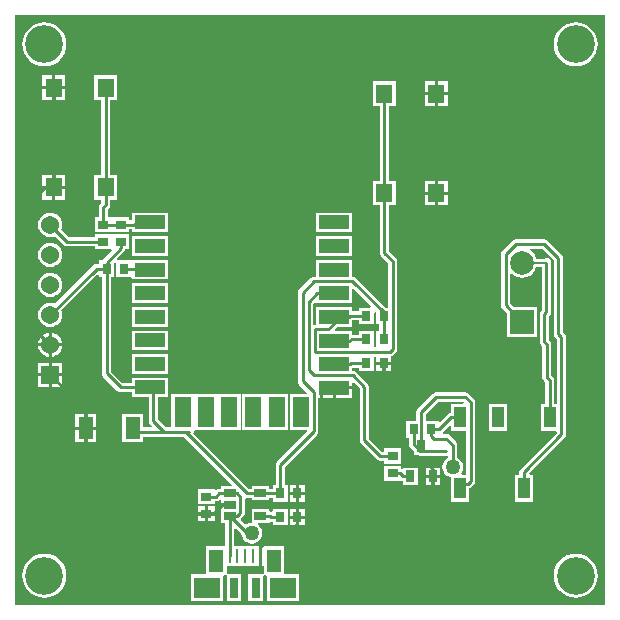
<source format=gtl>
G04 Layer_Physical_Order=1*
G04 Layer_Color=255*
%FSLAX25Y25*%
%MOIN*%
G70*
G01*
G75*
%ADD10R,0.03150X0.03543*%
%ADD11R,0.02717X0.03898*%
%ADD12R,0.03898X0.02717*%
%ADD13R,0.03543X0.03150*%
%ADD14R,0.04921X0.07480*%
%ADD15R,0.08563X0.06693*%
%ADD16R,0.02854X0.06693*%
%ADD17R,0.00984X0.04646*%
%ADD18R,0.04724X0.07480*%
%ADD19R,0.03937X0.07087*%
%ADD20R,0.05512X0.06299*%
%ADD21R,0.10000X0.04500*%
%ADD22R,0.05500X0.10000*%
%ADD23C,0.01000*%
%ADD24C,0.00700*%
%ADD25C,0.00689*%
%ADD26R,0.06063X0.06063*%
%ADD27C,0.06063*%
%ADD28C,0.07874*%
%ADD29R,0.07874X0.07874*%
%ADD30C,0.12598*%
%ADD31C,0.05000*%
G36*
X305118Y108268D02*
X108268D01*
Y305118D01*
X305118D01*
Y108268D01*
D02*
G37*
%LPC*%
G36*
X131390Y166823D02*
X128429D01*
Y162583D01*
X131390D01*
Y166823D01*
D02*
G37*
G36*
X249996Y154130D02*
X248137D01*
Y151681D01*
X249996D01*
Y154130D01*
D02*
G37*
G36*
X272259Y175409D02*
X266322D01*
Y166323D01*
X272259D01*
Y175409D01*
D02*
G37*
G36*
X135350Y166823D02*
X132390D01*
Y162583D01*
X135350D01*
Y166823D01*
D02*
G37*
G36*
X247137Y150681D02*
X245279D01*
Y148232D01*
X247137D01*
Y150681D01*
D02*
G37*
G36*
X237023Y154838D02*
X231480D01*
Y149689D01*
X237023D01*
X237023Y149689D01*
Y149689D01*
X237521Y149683D01*
X237683Y149651D01*
X237799D01*
Y148232D01*
X242515D01*
Y154130D01*
X237799D01*
Y154114D01*
X237312Y153835D01*
X237023Y153993D01*
Y154838D01*
D02*
G37*
G36*
X247137Y154130D02*
X245279D01*
Y151681D01*
X247137D01*
Y154130D01*
D02*
G37*
G36*
X249996Y150681D02*
X248137D01*
Y148232D01*
X249996D01*
Y150681D01*
D02*
G37*
G36*
X191554Y178660D02*
X191354Y178660D01*
X184054D01*
Y166660D01*
X191354D01*
X191854Y166660D01*
X192054Y166660D01*
X199354D01*
Y178660D01*
X192054D01*
X191554Y178660D01*
D02*
G37*
G36*
X159204Y192010D02*
X147204D01*
Y185510D01*
X159204D01*
Y192010D01*
D02*
G37*
G36*
X124110Y184539D02*
X120579D01*
Y181008D01*
X124110D01*
Y184539D01*
D02*
G37*
G36*
Y189071D02*
X120579D01*
Y185539D01*
X124110D01*
Y189071D01*
D02*
G37*
G36*
X119579D02*
X116047D01*
Y185539D01*
X119579D01*
Y189071D01*
D02*
G37*
G36*
X135350Y172063D02*
X132390D01*
Y167823D01*
X135350D01*
Y172063D01*
D02*
G37*
G36*
X131390D02*
X128429D01*
Y167823D01*
X131390D01*
Y172063D01*
D02*
G37*
G36*
X119579Y184539D02*
X116047D01*
Y181008D01*
X119579D01*
Y184539D01*
D02*
G37*
G36*
X220704Y180260D02*
X215204D01*
Y177510D01*
X220704D01*
Y180260D01*
D02*
G37*
G36*
X171585Y138260D02*
X169313D01*
Y136185D01*
X171585D01*
Y138260D01*
D02*
G37*
G36*
X205073Y137177D02*
X202998D01*
Y134905D01*
X205073D01*
Y137177D01*
D02*
G37*
G36*
X201998Y140449D02*
X199923D01*
Y138177D01*
X201998D01*
Y140449D01*
D02*
G37*
G36*
X174856Y138260D02*
X172585D01*
Y136185D01*
X174856D01*
Y138260D01*
D02*
G37*
G36*
X118110Y125445D02*
X116679Y125304D01*
X115303Y124886D01*
X114035Y124209D01*
X112924Y123296D01*
X112012Y122185D01*
X111334Y120917D01*
X110917Y119541D01*
X110776Y118110D01*
X110917Y116679D01*
X111334Y115303D01*
X112012Y114035D01*
X112924Y112924D01*
X114035Y112012D01*
X115303Y111334D01*
X116679Y110917D01*
X118110Y110776D01*
X119541Y110917D01*
X120917Y111334D01*
X122185Y112012D01*
X123296Y112924D01*
X124209Y114035D01*
X124886Y115303D01*
X125304Y116679D01*
X125445Y118110D01*
X125304Y119541D01*
X124886Y120917D01*
X124209Y122185D01*
X123296Y123296D01*
X122185Y124209D01*
X120917Y124886D01*
X119541Y125304D01*
X118110Y125445D01*
D02*
G37*
G36*
X191649Y127929D02*
X190657D01*
Y124606D01*
Y121284D01*
X191224D01*
Y118931D01*
X191010Y118520D01*
X190728Y118520D01*
X186155D01*
Y109827D01*
X191010D01*
Y117979D01*
X191224Y118390D01*
X191506Y118390D01*
X192003D01*
X192356Y118036D01*
Y109827D01*
X202919D01*
Y118520D01*
X197949D01*
Y127870D01*
X191649D01*
Y127929D01*
D02*
G37*
G36*
X201998Y137177D02*
X199923D01*
Y134905D01*
X201998D01*
Y137177D01*
D02*
G37*
G36*
X295276Y125445D02*
X293845Y125304D01*
X292469Y124886D01*
X291201Y124209D01*
X290089Y123296D01*
X289177Y122185D01*
X288499Y120917D01*
X288082Y119541D01*
X287941Y118110D01*
X288082Y116679D01*
X288499Y115303D01*
X289177Y114035D01*
X290089Y112924D01*
X291201Y112012D01*
X292469Y111334D01*
X293845Y110917D01*
X295276Y110776D01*
X296707Y110917D01*
X298082Y111334D01*
X299351Y112012D01*
X300462Y112924D01*
X301374Y114035D01*
X302052Y115303D01*
X302469Y116679D01*
X302610Y118110D01*
X302469Y119541D01*
X302052Y120917D01*
X301374Y122185D01*
X300462Y123296D01*
X299351Y124209D01*
X298082Y124886D01*
X296707Y125304D01*
X295276Y125445D01*
D02*
G37*
G36*
X205073Y140449D02*
X202998D01*
Y138177D01*
X205073D01*
Y140449D01*
D02*
G37*
G36*
Y145051D02*
X202998D01*
Y142779D01*
X205073D01*
Y145051D01*
D02*
G37*
G36*
X201998D02*
X199923D01*
Y142779D01*
X201998D01*
Y145051D01*
D02*
G37*
G36*
X205073Y148323D02*
X202998D01*
Y146051D01*
X205073D01*
Y148323D01*
D02*
G37*
G36*
X201998D02*
X199923D01*
Y146051D01*
X201998D01*
Y148323D01*
D02*
G37*
G36*
X174856Y141334D02*
X172585D01*
Y139260D01*
X174856D01*
Y141334D01*
D02*
G37*
G36*
X171585D02*
X169313D01*
Y139260D01*
X171585D01*
Y141334D01*
D02*
G37*
G36*
X284800Y230229D02*
X275200D01*
X274615Y230113D01*
X274119Y229781D01*
X270819Y226481D01*
X270487Y225985D01*
X270371Y225400D01*
Y208218D01*
X270487Y207633D01*
X270819Y207137D01*
X272425Y205530D01*
Y197819D01*
X282299D01*
Y207693D01*
X274588D01*
X273429Y208852D01*
Y218709D01*
X273929Y218852D01*
X274872Y218128D01*
X276073Y217631D01*
X277362Y217461D01*
X278651Y217631D01*
X279852Y218128D01*
X280883Y218920D01*
X281675Y219951D01*
X282136Y221065D01*
X283904D01*
Y206495D01*
X283761Y206352D01*
X283430Y205856D01*
X283313Y205271D01*
Y196154D01*
X283430Y195569D01*
X283761Y195073D01*
X284101Y194734D01*
Y184170D01*
X284217Y183585D01*
X284548Y183089D01*
X285084Y182553D01*
Y175409D01*
X283645D01*
Y166323D01*
X288829D01*
X288912Y165823D01*
X276871Y153781D01*
X276539Y153285D01*
X276423Y152700D01*
Y151787D01*
X274984D01*
Y142700D01*
X280921D01*
Y151787D01*
X279909D01*
X279702Y152287D01*
X291581Y164166D01*
X291913Y164662D01*
X292029Y165248D01*
Y197689D01*
X291913Y198274D01*
X291581Y198770D01*
X291029Y199322D01*
Y224000D01*
X290913Y224585D01*
X290581Y225081D01*
X285881Y229781D01*
X285385Y230113D01*
X284800Y230229D01*
D02*
G37*
G36*
X258500Y179229D02*
X248600D01*
X248015Y179113D01*
X247519Y178781D01*
X242619Y173881D01*
X242287Y173385D01*
X242171Y172800D01*
Y169701D01*
X238665D01*
Y164157D01*
X239710D01*
Y161900D01*
X239827Y161315D01*
X240158Y160819D01*
X241342Y159635D01*
Y158370D01*
X242731D01*
X242854Y158287D01*
X243440Y158171D01*
X252000D01*
X252271Y158224D01*
X252687Y157917D01*
X252657Y157408D01*
X252535Y157357D01*
X251804Y156796D01*
X251243Y156065D01*
X250890Y155214D01*
X250770Y154300D01*
X250890Y153386D01*
X251243Y152535D01*
X251804Y151804D01*
X252535Y151243D01*
X253386Y150890D01*
X253724Y150846D01*
Y142700D01*
X259661D01*
Y147323D01*
X259985Y147387D01*
X260481Y147719D01*
X261281Y148519D01*
X261613Y149015D01*
X261729Y149600D01*
Y176000D01*
X261613Y176585D01*
X261281Y177081D01*
X259581Y178781D01*
X259085Y179113D01*
X258500Y179229D01*
D02*
G37*
G36*
X230701Y188476D02*
X228626D01*
Y186205D01*
X230701D01*
Y188476D01*
D02*
G37*
G36*
X252575Y249819D02*
X249319D01*
Y246169D01*
X252575D01*
Y249819D01*
D02*
G37*
G36*
X248319D02*
X245063D01*
Y246169D01*
X248319D01*
Y249819D01*
D02*
G37*
G36*
X125016Y251787D02*
X121760D01*
Y248138D01*
X125016D01*
Y251787D01*
D02*
G37*
G36*
X120760D02*
X117504D01*
Y248138D01*
X120760D01*
Y251787D01*
D02*
G37*
G36*
X125016Y247138D02*
X121760D01*
Y243488D01*
X125016D01*
Y247138D01*
D02*
G37*
G36*
X248319Y245169D02*
X245063D01*
Y241520D01*
X248319D01*
Y245169D01*
D02*
G37*
G36*
X220604Y239110D02*
X208604D01*
Y232610D01*
X220604D01*
Y239110D01*
D02*
G37*
G36*
X120760Y247138D02*
X117504D01*
Y243488D01*
X120760D01*
Y247138D01*
D02*
G37*
G36*
X252575Y245169D02*
X249319D01*
Y241520D01*
X252575D01*
Y245169D01*
D02*
G37*
G36*
X248319Y278240D02*
X245063D01*
Y274591D01*
X248319D01*
Y278240D01*
D02*
G37*
G36*
X125016Y284858D02*
X121760D01*
Y281209D01*
X125016D01*
Y284858D01*
D02*
G37*
G36*
X120760D02*
X117504D01*
Y281209D01*
X120760D01*
Y284858D01*
D02*
G37*
G36*
X295276Y302610D02*
X293845Y302469D01*
X292469Y302052D01*
X291201Y301374D01*
X290089Y300462D01*
X289177Y299351D01*
X288499Y298082D01*
X288082Y296707D01*
X287941Y295276D01*
X288082Y293845D01*
X288499Y292469D01*
X289177Y291201D01*
X290089Y290089D01*
X291201Y289177D01*
X292469Y288499D01*
X293845Y288082D01*
X295276Y287941D01*
X296707Y288082D01*
X298082Y288499D01*
X299351Y289177D01*
X300462Y290089D01*
X301374Y291201D01*
X302052Y292469D01*
X302469Y293845D01*
X302610Y295276D01*
X302469Y296707D01*
X302052Y298082D01*
X301374Y299351D01*
X300462Y300462D01*
X299351Y301374D01*
X298082Y302052D01*
X296707Y302469D01*
X295276Y302610D01*
D02*
G37*
G36*
X118110D02*
X116679Y302469D01*
X115303Y302052D01*
X114035Y301374D01*
X112924Y300462D01*
X112012Y299351D01*
X111334Y298082D01*
X110917Y296707D01*
X110776Y295276D01*
X110917Y293845D01*
X111334Y292469D01*
X112012Y291201D01*
X112924Y290089D01*
X114035Y289177D01*
X115303Y288499D01*
X116679Y288082D01*
X118110Y287941D01*
X119541Y288082D01*
X120917Y288499D01*
X122185Y289177D01*
X123296Y290089D01*
X124209Y291201D01*
X124886Y292469D01*
X125304Y293845D01*
X125445Y295276D01*
X125304Y296707D01*
X124886Y298082D01*
X124209Y299351D01*
X123296Y300462D01*
X122185Y301374D01*
X120917Y302052D01*
X119541Y302469D01*
X118110Y302610D01*
D02*
G37*
G36*
X252575Y282890D02*
X249319D01*
Y279240D01*
X252575D01*
Y282890D01*
D02*
G37*
G36*
X120760Y280209D02*
X117504D01*
Y276559D01*
X120760D01*
Y280209D01*
D02*
G37*
G36*
X252575Y278240D02*
X249319D01*
Y274591D01*
X252575D01*
Y278240D01*
D02*
G37*
G36*
X248319Y282890D02*
X245063D01*
Y279240D01*
X248319D01*
Y282890D01*
D02*
G37*
G36*
X125016Y280209D02*
X121760D01*
Y276559D01*
X125016D01*
Y280209D01*
D02*
G37*
G36*
X124079Y194539D02*
X120579D01*
Y191039D01*
X121131Y191112D01*
X122112Y191518D01*
X122954Y192164D01*
X123600Y193006D01*
X124006Y193987D01*
X124079Y194539D01*
D02*
G37*
G36*
X235252Y282890D02*
X227740D01*
Y274591D01*
X229967D01*
Y249819D01*
X227740D01*
Y241520D01*
X229967D01*
Y225804D01*
X230083Y225219D01*
X230415Y224723D01*
X232771Y222366D01*
Y207496D01*
X231767D01*
X221881Y217381D01*
X221385Y217713D01*
X220800Y217829D01*
X220604D01*
Y223310D01*
X208604D01*
Y217829D01*
X208000D01*
X207415Y217713D01*
X206919Y217381D01*
X203123Y213585D01*
X202791Y213089D01*
X202675Y212504D01*
Y182896D01*
X202791Y182311D01*
X203123Y181815D01*
X205815Y179122D01*
X205624Y178660D01*
X199854D01*
Y166660D01*
X205544D01*
X205735Y166198D01*
X195708Y156171D01*
X195376Y155675D01*
X195260Y155089D01*
Y148323D01*
X194215D01*
Y147080D01*
X193104D01*
Y147909D01*
X187207D01*
Y147080D01*
X186334D01*
X167844Y165570D01*
X167929Y166000D01*
X167898Y166160D01*
X167936Y166497D01*
X168308Y166660D01*
X168454Y166660D01*
X175554D01*
X176054Y166660D01*
X176254Y166660D01*
X183554D01*
Y178660D01*
X176254D01*
X175754Y178660D01*
X175554Y178660D01*
X168454D01*
X167954Y178660D01*
X167754Y178660D01*
X160454D01*
Y167529D01*
X158633D01*
X155929Y170234D01*
Y177610D01*
X159204D01*
Y184110D01*
X147204D01*
Y182389D01*
X144174D01*
X140407Y186155D01*
Y217701D01*
X141453D01*
Y222454D01*
X141512Y222494D01*
X142012Y222226D01*
Y217701D01*
X147161D01*
X147204Y217218D01*
Y216910D01*
X159204D01*
Y223410D01*
X147204D01*
X147161Y223244D01*
X142492D01*
X142285Y223744D01*
X144782Y226241D01*
X145114Y226737D01*
X145137Y226854D01*
X146473D01*
Y232004D01*
X141067D01*
X140929Y232004D01*
X140567D01*
X140429Y232004D01*
X135024D01*
Y230959D01*
X126322D01*
X123798Y233483D01*
X124006Y233987D01*
X124145Y235039D01*
X124006Y236092D01*
X123600Y237072D01*
X122954Y237915D01*
X122112Y238561D01*
X121131Y238967D01*
X120079Y239106D01*
X119026Y238967D01*
X118046Y238561D01*
X117203Y237915D01*
X116557Y237072D01*
X116151Y236092D01*
X116013Y235039D01*
X116151Y233987D01*
X116557Y233006D01*
X117203Y232164D01*
X118046Y231518D01*
X119026Y231112D01*
X120079Y230973D01*
X121131Y231112D01*
X121635Y231320D01*
X124608Y228348D01*
X125104Y228016D01*
X125689Y227900D01*
X135024D01*
Y226854D01*
X140362D01*
X140571Y226356D01*
X137797Y223581D01*
X137571Y223244D01*
X136303D01*
Y222002D01*
X135512D01*
X134926Y221885D01*
X134430Y221554D01*
X121635Y208758D01*
X121131Y208967D01*
X120079Y209106D01*
X119026Y208967D01*
X118046Y208561D01*
X117203Y207915D01*
X116557Y207072D01*
X116151Y206092D01*
X116013Y205039D01*
X116151Y203987D01*
X116557Y203006D01*
X117203Y202164D01*
X118046Y201518D01*
X119026Y201112D01*
X120079Y200973D01*
X121131Y201112D01*
X122112Y201518D01*
X122954Y202164D01*
X123600Y203006D01*
X124006Y203987D01*
X124145Y205039D01*
X124006Y206092D01*
X123798Y206596D01*
X135803Y218601D01*
X136303Y218394D01*
Y217701D01*
X137349D01*
Y185522D01*
X137465Y184937D01*
X137797Y184441D01*
X142459Y179778D01*
X142955Y179447D01*
X143540Y179330D01*
X147204D01*
Y177610D01*
X152871D01*
Y169600D01*
X152987Y169015D01*
X153319Y168519D01*
X153846Y167991D01*
X153654Y167529D01*
X151098D01*
Y172063D01*
X144177D01*
Y162583D01*
X151098D01*
Y164471D01*
X164618D01*
X180717Y148371D01*
X180526Y147909D01*
X177010D01*
Y147080D01*
X176483D01*
X175898Y146964D01*
X175401Y146632D01*
X175318Y146549D01*
X174856Y146741D01*
Y147043D01*
X169313D01*
Y141893D01*
X174856D01*
Y142939D01*
X175400D01*
X175985Y143055D01*
X176481Y143387D01*
X176548Y143453D01*
X177010Y143262D01*
Y142311D01*
X179959D01*
Y141311D01*
X177010D01*
Y139453D01*
Y135712D01*
X178429D01*
Y131488D01*
X178392Y131300D01*
Y127870D01*
X172130D01*
Y118520D01*
X167159D01*
Y109827D01*
X177723D01*
Y118036D01*
X178076Y118390D01*
X178854Y118390D01*
X178872Y117897D01*
Y109827D01*
X183726D01*
Y118520D01*
X179354D01*
X178872Y118520D01*
X178854Y119012D01*
Y121284D01*
X189657D01*
Y124606D01*
Y127929D01*
X181451D01*
Y131149D01*
X181488Y131337D01*
Y133725D01*
X181950Y133916D01*
X183801Y132066D01*
X183890Y131386D01*
X184243Y130535D01*
X184804Y129804D01*
X185535Y129243D01*
X186386Y128890D01*
X187300Y128770D01*
X188214Y128890D01*
X189065Y129243D01*
X189796Y129804D01*
X190357Y130535D01*
X190710Y131386D01*
X190830Y132300D01*
X190710Y133214D01*
X190357Y134065D01*
X189796Y134796D01*
X189254Y135212D01*
X189424Y135712D01*
X193104D01*
Y135735D01*
X193594Y136148D01*
X194215D01*
Y134905D01*
X199364D01*
Y140449D01*
X194215D01*
Y139798D01*
X193907Y139573D01*
X193715Y139498D01*
X193200Y139600D01*
X193104D01*
Y140429D01*
X187207D01*
Y135818D01*
X186386Y135710D01*
X185535Y135357D01*
X185139Y135053D01*
X183638Y136554D01*
X183696Y137204D01*
X184581Y138089D01*
X184913Y138585D01*
X185029Y139171D01*
Y143645D01*
X185529Y144055D01*
X185700Y144022D01*
X187207D01*
Y143193D01*
X193104D01*
Y144022D01*
X194215D01*
Y142779D01*
X199364D01*
Y148323D01*
X198319D01*
Y154456D01*
X208981Y165119D01*
X209313Y165615D01*
X209429Y166200D01*
Y177510D01*
X214204D01*
Y180760D01*
X214704D01*
Y181260D01*
X220704D01*
Y182380D01*
X221166Y182571D01*
X223199Y180538D01*
Y163200D01*
X223315Y162615D01*
X223647Y162119D01*
X228875Y156891D01*
X229371Y156559D01*
X229956Y156443D01*
X231480D01*
Y155397D01*
X237023D01*
Y160547D01*
X231480D01*
Y159501D01*
X230590D01*
X226257Y163833D01*
Y181172D01*
X226141Y181757D01*
X225809Y182253D01*
X222081Y185981D01*
X221585Y186313D01*
X221000Y186429D01*
X220704D01*
Y187393D01*
X220785Y187447D01*
X222917D01*
Y186205D01*
X228067D01*
Y191171D01*
X228626D01*
Y189476D01*
X233776D01*
Y191245D01*
X233985Y191287D01*
X234481Y191619D01*
X235381Y192519D01*
X235713Y193015D01*
X235829Y193600D01*
Y223000D01*
X235713Y223585D01*
X235381Y224081D01*
X233025Y226437D01*
Y241520D01*
X235252D01*
Y249819D01*
X233025D01*
Y274591D01*
X235252D01*
Y282890D01*
D02*
G37*
G36*
X119579Y194539D02*
X116078D01*
X116151Y193987D01*
X116557Y193006D01*
X117203Y192164D01*
X118046Y191518D01*
X119026Y191112D01*
X119579Y191039D01*
Y194539D01*
D02*
G37*
G36*
X159204Y207610D02*
X147204D01*
Y201110D01*
X159204D01*
Y207610D01*
D02*
G37*
G36*
X120579Y199040D02*
Y195539D01*
X124079D01*
X124006Y196092D01*
X123600Y197073D01*
X122954Y197915D01*
X122112Y198561D01*
X121131Y198967D01*
X120579Y199040D01*
D02*
G37*
G36*
X119579D02*
X119026Y198967D01*
X118046Y198561D01*
X117203Y197915D01*
X116557Y197073D01*
X116151Y196092D01*
X116078Y195539D01*
X119579D01*
Y199040D01*
D02*
G37*
G36*
X159204Y199810D02*
X147204D01*
Y193310D01*
X159204D01*
Y199810D01*
D02*
G37*
G36*
Y231310D02*
X147204D01*
Y224810D01*
X159204D01*
Y231310D01*
D02*
G37*
G36*
X220604D02*
X208604D01*
Y224810D01*
X220604D01*
Y231310D01*
D02*
G37*
G36*
X142339Y284858D02*
X134827D01*
Y276559D01*
X137053D01*
Y251787D01*
X134827D01*
Y243488D01*
X137053D01*
Y242321D01*
X136714Y241981D01*
X136382Y241485D01*
X136266Y240900D01*
Y237713D01*
X135024D01*
Y232563D01*
X140567D01*
Y232563D01*
X140929D01*
Y232563D01*
X146473D01*
Y233608D01*
X147204D01*
Y232610D01*
X159204D01*
Y239110D01*
X147204D01*
Y236667D01*
X146473D01*
Y237713D01*
X140929D01*
Y237713D01*
X140567D01*
Y237713D01*
X139325D01*
Y240266D01*
X139664Y240606D01*
X139996Y241102D01*
X140112Y241687D01*
Y243488D01*
X142339D01*
Y251787D01*
X140112D01*
Y276559D01*
X142339D01*
Y284858D01*
D02*
G37*
G36*
X120079Y229106D02*
X119026Y228967D01*
X118046Y228561D01*
X117203Y227915D01*
X116557Y227073D01*
X116151Y226092D01*
X116013Y225039D01*
X116151Y223987D01*
X116557Y223006D01*
X117203Y222164D01*
X118046Y221518D01*
X119026Y221112D01*
X120079Y220973D01*
X121131Y221112D01*
X122112Y221518D01*
X122954Y222164D01*
X123600Y223006D01*
X124006Y223987D01*
X124145Y225039D01*
X124006Y226092D01*
X123600Y227073D01*
X122954Y227915D01*
X122112Y228561D01*
X121131Y228967D01*
X120079Y229106D01*
D02*
G37*
G36*
X159204Y215610D02*
X147204D01*
Y209110D01*
X159204D01*
Y215610D01*
D02*
G37*
G36*
X120079Y219106D02*
X119026Y218967D01*
X118046Y218561D01*
X117203Y217915D01*
X116557Y217073D01*
X116151Y216092D01*
X116013Y215039D01*
X116151Y213987D01*
X116557Y213006D01*
X117203Y212164D01*
X118046Y211518D01*
X119026Y211112D01*
X120079Y210973D01*
X121131Y211112D01*
X122112Y211518D01*
X122954Y212164D01*
X123600Y213006D01*
X124006Y213987D01*
X124145Y215039D01*
X124006Y216092D01*
X123600Y217073D01*
X122954Y217915D01*
X122112Y218561D01*
X121131Y218967D01*
X120079Y219106D01*
D02*
G37*
G36*
X233776Y188476D02*
X231701D01*
Y186205D01*
X233776D01*
Y188476D01*
D02*
G37*
%LPD*%
G36*
X226979Y207958D02*
X226788Y207496D01*
X222917D01*
Y206254D01*
X220604D01*
Y207610D01*
X208604D01*
Y201797D01*
X208107Y201734D01*
X207733Y202053D01*
Y208670D01*
X208148Y209085D01*
X208604Y209010D01*
Y209010D01*
X208604Y209010D01*
X220604D01*
Y213680D01*
X221066Y213871D01*
X226979Y207958D01*
D02*
G37*
G36*
X253724Y168037D02*
Y166323D01*
X258671D01*
Y151787D01*
X257414D01*
X257167Y152287D01*
X257357Y152535D01*
X257710Y153386D01*
X257830Y154300D01*
X257710Y155214D01*
X257357Y156065D01*
X256796Y156796D01*
X256065Y157357D01*
X255829Y157455D01*
Y161600D01*
X255713Y162185D01*
X255381Y162681D01*
X253181Y164881D01*
X252685Y165213D01*
X252100Y165329D01*
X251006D01*
X250855Y165829D01*
X250881Y165847D01*
X253262Y168228D01*
X253724Y168037D01*
D02*
G37*
G36*
X228626Y205907D02*
Y201953D01*
X229671D01*
Y199622D01*
X228626D01*
Y194229D01*
X228067D01*
Y199622D01*
X222917D01*
Y198380D01*
X220704D01*
Y199710D01*
X215116D01*
X214925Y200172D01*
X215685Y200932D01*
X215804Y201110D01*
X220604D01*
Y203093D01*
X220757Y203195D01*
X222917D01*
Y201953D01*
X228067D01*
Y205679D01*
X228567Y205947D01*
X228626Y205907D01*
D02*
G37*
G36*
X287971Y223366D02*
Y198689D01*
X288087Y198104D01*
X288419Y197608D01*
X288971Y197055D01*
Y175409D01*
X288143D01*
Y183186D01*
X288027Y183772D01*
X287695Y184268D01*
X287159Y184804D01*
Y195367D01*
X287043Y195952D01*
X286711Y196448D01*
X286372Y196788D01*
Y204638D01*
X286514Y204780D01*
X286846Y205276D01*
X286962Y205861D01*
Y222441D01*
X286846Y223026D01*
X286514Y223522D01*
X286018Y223854D01*
X285433Y223970D01*
X284848Y223854D01*
X284793Y223817D01*
X282136D01*
X281675Y224931D01*
X280883Y225962D01*
X279960Y226671D01*
X280080Y227171D01*
X284167D01*
X287971Y223366D01*
D02*
G37*
G36*
X258047Y175879D02*
X257841Y175409D01*
X253724D01*
Y172393D01*
X253152Y172279D01*
X252656Y171947D01*
X249985Y169277D01*
X249523Y169468D01*
Y169701D01*
X245230D01*
Y172167D01*
X249234Y176171D01*
X257812D01*
X258047Y175879D01*
D02*
G37*
D10*
X225492Y196850D02*
D03*
X231201D02*
D03*
X202498Y145551D02*
D03*
X196789D02*
D03*
X202498Y137677D02*
D03*
X196789D02*
D03*
X138878Y220472D02*
D03*
X144587D02*
D03*
X225492Y204724D02*
D03*
X231201D02*
D03*
X225492Y188976D02*
D03*
X231201D02*
D03*
X241240Y166929D02*
D03*
X246948D02*
D03*
D11*
X240157Y151181D02*
D03*
X243700Y161319D02*
D03*
X247637Y151181D02*
D03*
D12*
X179959Y145551D02*
D03*
Y141811D02*
D03*
Y138071D02*
D03*
X190155D02*
D03*
Y145551D02*
D03*
D13*
X143701Y235138D02*
D03*
Y229429D02*
D03*
X172085Y138760D02*
D03*
Y144468D02*
D03*
X137795Y235138D02*
D03*
Y229429D02*
D03*
X234252Y157972D02*
D03*
Y152263D02*
D03*
D14*
X131890Y167323D02*
D03*
X147638D02*
D03*
D15*
X197638Y114173D02*
D03*
X172441D02*
D03*
D16*
X188583D02*
D03*
X181299D02*
D03*
D17*
X185039Y124606D02*
D03*
X182480D02*
D03*
X179921D02*
D03*
X187598D02*
D03*
X190157D02*
D03*
D18*
X175492Y123130D02*
D03*
X194587D02*
D03*
D19*
X256693Y170866D02*
D03*
Y147244D02*
D03*
X277952D02*
D03*
X269291Y170866D02*
D03*
X286614D02*
D03*
D20*
X121260Y280709D02*
D03*
X138583D02*
D03*
Y247638D02*
D03*
X121260D02*
D03*
X231496Y245669D02*
D03*
X248819D02*
D03*
Y278740D02*
D03*
X231496D02*
D03*
D21*
X214604Y235860D02*
D03*
Y228060D02*
D03*
Y220060D02*
D03*
Y212260D02*
D03*
Y204360D02*
D03*
X214704Y196460D02*
D03*
Y188660D02*
D03*
Y180760D02*
D03*
X153204Y180860D02*
D03*
Y188760D02*
D03*
Y196560D02*
D03*
Y204360D02*
D03*
Y212360D02*
D03*
Y220160D02*
D03*
Y228060D02*
D03*
Y235860D02*
D03*
D22*
X195604Y172660D02*
D03*
X187804D02*
D03*
X203604D02*
D03*
X179804D02*
D03*
X172004D02*
D03*
X164204D02*
D03*
D23*
X190155Y145551D02*
X196789D01*
X138878Y220472D02*
Y222500D01*
X143701Y227323D01*
Y229429D01*
X231201Y196850D02*
Y204724D01*
X179921Y124606D02*
Y131300D01*
X179959Y131337D01*
Y138071D01*
X172085Y144468D02*
X175400D01*
X176483Y145551D01*
X179959D01*
X246948Y166929D02*
X249800D01*
X253737Y170866D01*
X256693D01*
X120079Y185039D02*
Y195039D01*
X121260Y247638D02*
Y280709D01*
X172085Y138760D02*
X174400D01*
X177451Y141811D01*
X179959D01*
X202498Y137677D02*
Y145551D01*
X248819Y245669D02*
Y278740D01*
X214604Y204360D02*
X219800D01*
X220165Y204724D01*
X225492D01*
X231496Y245669D02*
Y278740D01*
X137795Y235138D02*
X143701D01*
X148000D01*
X148722Y235860D01*
X153204D01*
X137795Y235138D02*
Y240900D01*
X138583Y241687D01*
Y247638D01*
Y280709D01*
X190155Y138071D02*
X193200D01*
X193594Y137677D01*
X196789D01*
X234252Y152263D02*
X236600D01*
X237683Y151181D01*
X240157D01*
X144587Y220472D02*
X148700D01*
X149013Y220160D01*
X153204D01*
X214704Y188660D02*
X219900D01*
X220217Y188976D01*
X225492D01*
X214704Y196460D02*
X219900D01*
X220291Y196850D01*
X225492D01*
X243700Y160728D02*
Y161319D01*
X231201Y188976D02*
X243200D01*
X248819Y194595D01*
Y245669D01*
X202498Y145551D02*
X209800D01*
X210300Y146051D01*
X120079Y185039D02*
X131890Y173228D01*
Y167323D02*
Y173228D01*
X241240Y161900D02*
Y166929D01*
X135512Y220472D02*
X138878D01*
X120079Y205039D02*
X135512Y220472D01*
X153204Y180860D02*
X154400D01*
Y169600D02*
X158000Y166000D01*
X179959Y138071D02*
X182400D01*
X183500Y139171D01*
Y144451D01*
X182400Y145551D02*
X183500Y144451D01*
X179959Y145551D02*
X182400D01*
X214700Y159902D02*
X226902Y147700D01*
X246537D01*
X247637Y148800D01*
Y151181D01*
Y153600D01*
X245337Y155900D02*
X247637Y153600D01*
X241700Y155900D02*
X245337D01*
X237600Y160000D02*
X241700Y155900D01*
X237600Y160000D02*
Y162000D01*
X231201Y168399D02*
X237600Y162000D01*
X231201Y168399D02*
Y188976D01*
X185700Y145551D02*
X190155D01*
X165251Y166000D02*
X185700Y145551D01*
X179959Y138071D02*
X185729Y132300D01*
X187300D01*
X254300Y154300D02*
Y161600D01*
X252100Y163800D02*
X254300Y161600D01*
X247948Y163800D02*
X252100D01*
X246948Y164800D02*
X247948Y163800D01*
X246948Y164800D02*
Y166929D01*
X243700Y161319D02*
Y172800D01*
X248600Y177700D01*
X258500D01*
X260200Y176000D01*
Y149600D02*
Y176000D01*
X259400Y148800D02*
X260200Y149600D01*
X256693Y147244D02*
Y148800D01*
X231496Y225804D02*
Y245669D01*
Y225804D02*
X234300Y223000D01*
Y193600D02*
Y223000D01*
X233400Y192700D02*
X234300Y193600D01*
X208204Y192700D02*
X233400D01*
X208204D02*
Y200210D01*
X212800D01*
X214604Y202014D01*
Y204360D01*
X231201Y204724D02*
Y205899D01*
X220800Y216300D02*
X231201Y205899D01*
X208000Y216300D02*
X220800D01*
X204204Y212504D02*
X208000Y216300D01*
X204204Y182896D02*
Y212504D01*
Y182896D02*
X207900Y179200D01*
Y166200D02*
Y179200D01*
X196789Y155089D02*
X207900Y166200D01*
X196789Y145551D02*
Y155089D01*
X229956Y157972D02*
X234252D01*
X224728Y163200D02*
X229956Y157972D01*
X224728Y163200D02*
Y181172D01*
X221000Y184900D02*
X224728Y181172D01*
X208000Y184900D02*
X221000D01*
X206204Y186696D02*
X208000Y184900D01*
X206204Y186696D02*
Y209304D01*
X209160Y212260D01*
X214604D01*
X143540Y180860D02*
X153204D01*
X138878Y185522D02*
X143540Y180860D01*
X138878Y185522D02*
Y220472D01*
X290500Y165248D02*
Y197689D01*
X277952Y152700D02*
X290500Y165248D01*
X277952Y147244D02*
Y152700D01*
X286614Y170866D02*
Y183186D01*
X120079Y235039D02*
X125689Y229429D01*
X137795D01*
X115500Y199618D02*
X120079Y195039D01*
X115500Y199618D02*
Y244800D01*
X118338Y247638D01*
X121260D01*
X131890Y144500D02*
Y167323D01*
Y144500D02*
X137630Y138760D01*
X172085D01*
X196098Y132998D02*
X200000D01*
X202498Y135496D01*
Y137677D01*
X210300Y180760D02*
X214700D01*
X214704D01*
X284800Y228700D02*
X289500Y224000D01*
X275200Y228700D02*
X284800D01*
X271900Y225400D02*
X275200Y228700D01*
X271900Y208218D02*
Y225400D01*
Y208218D02*
X277362Y202756D01*
X147638Y166000D02*
X166400D01*
X147638D02*
X158000D01*
X154400Y169600D02*
Y180860D01*
X210300Y146051D02*
Y180760D01*
X214700Y159902D02*
Y180760D01*
X243440Y159700D02*
X243700D01*
X241240Y161900D02*
X243440Y159700D01*
X243700D02*
X252000D01*
X256693Y148800D02*
X259400D01*
X289500Y198689D02*
Y224000D01*
Y198689D02*
X290500Y197689D01*
X285630Y184170D02*
X286614Y183186D01*
X285630Y184170D02*
Y195367D01*
X284842Y196154D02*
X285630Y195367D01*
X284842Y196154D02*
Y205271D01*
X285433Y205861D01*
Y222441D01*
D24*
X147638Y166000D02*
Y167323D01*
X243700Y159700D02*
Y160728D01*
X277362Y222441D02*
X285433D01*
D25*
X190157Y124606D02*
Y127057D01*
X196098Y132998D01*
D26*
X120079Y185039D02*
D03*
D27*
Y195039D02*
D03*
Y205039D02*
D03*
Y215039D02*
D03*
Y225039D02*
D03*
Y235039D02*
D03*
D28*
X277362Y222441D02*
D03*
D29*
Y202756D02*
D03*
D30*
X118110Y295276D02*
D03*
Y118110D02*
D03*
X295276D02*
D03*
Y295276D02*
D03*
D31*
X187300Y132300D02*
D03*
X254300Y154300D02*
D03*
M02*

</source>
